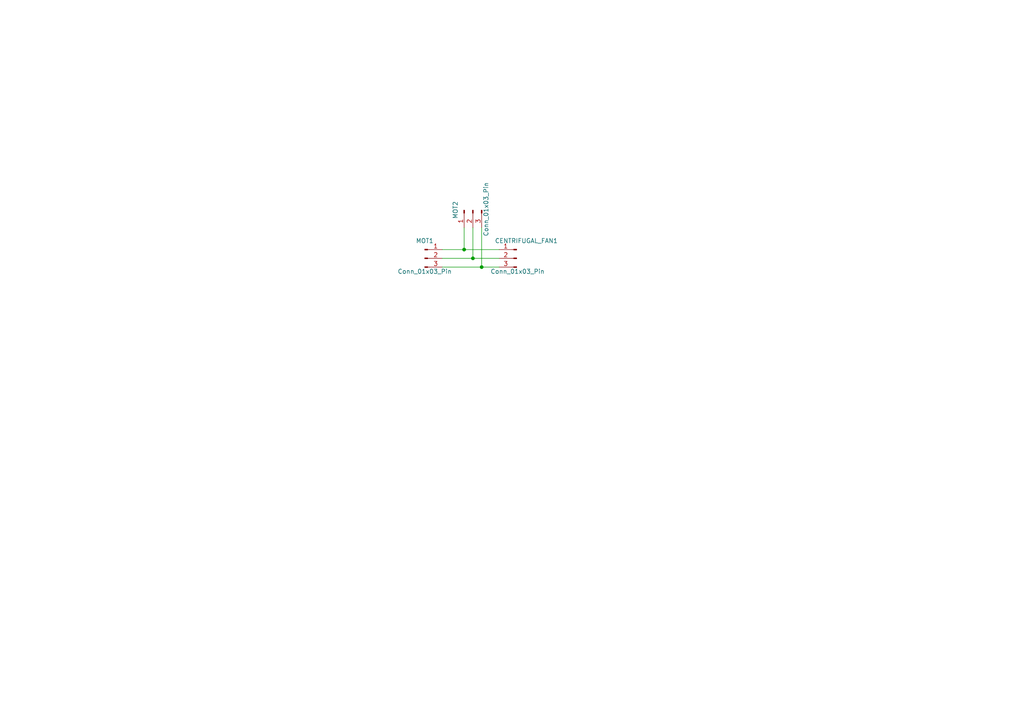
<source format=kicad_sch>
(kicad_sch (version 20230121) (generator eeschema)
  (paper "A4")
  (lib_symbols
    (symbol "Connector:Conn_01x03_Pin" (pin_names (offset 1.016) hide)
      (property "Reference" "J" (at 0 5.08 0))
      (property "Value" "Conn_01x03_Pin" (at 0 -5.08 0))
      (symbol "Conn_01x03_Pin_1_1"
        (polyline (pts (xy 1.27 -2.54) (xy 0.8636 -2.54)) (stroke (width 0.1524)))
        (polyline (pts (xy 1.27 0) (xy 0.8636 0)) (stroke (width 0.1524)))
        (polyline (pts (xy 1.27 2.54) (xy 0.8636 2.54)) (stroke (width 0.1524)))
        (rectangle (start 0.8636 -2.413) (end 0 -2.667) (stroke (width 0.1524)) (fill (type outline)))
        (rectangle (start 0.8636 0.127) (end 0 -0.127) (stroke (width 0.1524)) (fill (type outline)))
        (rectangle (start 0.8636 2.667) (end 0 2.413) (stroke (width 0.1524)) (fill (type outline)))
        (pin passive line (at 5.08 2.54 180) (length 3.81) (name "Pin_1") (number "1"))
        (pin passive line (at 5.08 0 180) (length 3.81) (name "Pin_2") (number "2"))
        (pin passive line (at 5.08 -2.54 180) (length 3.81) (name "Pin_3") (number "3"))
      )
    )
  )
  (junction (at 137.16 74.93))
  (junction (at 134.62 72.39))
  (junction (at 139.7 77.47))
  (wire (pts (xy 137.16 66.04) (xy 137.16 74.93)))
  (wire (pts (xy 128.27 74.93) (xy 137.16 74.93)))
  (wire (pts (xy 134.62 66.04) (xy 134.62 72.39)))
  (wire (pts (xy 134.62 72.39) (xy 144.78 72.39)))
  (wire (pts (xy 139.7 77.47) (xy 144.78 77.47)))
  (wire (pts (xy 139.7 66.04) (xy 139.7 77.47)))
  (wire (pts (xy 128.27 72.39) (xy 134.62 72.39)))
  (wire (pts (xy 137.16 74.93) (xy 144.78 74.93)))
  (wire (pts (xy 128.27 77.47) (xy 139.7 77.47)))
  (symbol (lib_id "Connector:Conn_01x03_Pin") (at 137.16 60.96 90) (mirror x) (unit 1)
    (property "Reference" "MOT2" (at 132.08 63.5 0) (effects (justify right)))
    (property "Value" "Conn_01x03_Pin" (at 140.97 68.58 0) (effects (justify right)))
    (property "Footprint" "Connector_PinSocket_2.54mm:PinSocket_1x03_P2.54mm_Vertical" (effects hide))
  )
  (symbol (lib_id "Connector:Conn_01x03_Pin") (at 149.86 74.93 0) (mirror y) (unit 1)
    (property "Reference" "CENTRIFUGAL_FAN1" (at 143.51 69.85 0) (effects (justify right)))
    (property "Value" "Conn_01x03_Pin" (at 142.24 78.74 0) (effects (justify right)))
    (property "Footprint" "Connector_PinSocket_2.54mm:PinSocket_1x03_P2.54mm_Vertical" (effects hide))
  )
  (symbol (lib_id "Connector:Conn_01x03_Pin") (at 123.19 74.93 0) (unit 1)
    (property "Reference" "MOT1" (at 123.19 69.85 0))
    (property "Value" "Conn_01x03_Pin" (at 123.19 78.74 0))
    (property "Footprint" "Connector_PinSocket_2.54mm:PinSocket_1x03_P2.54mm_Vertical" (effects hide))
  )
)
</source>
